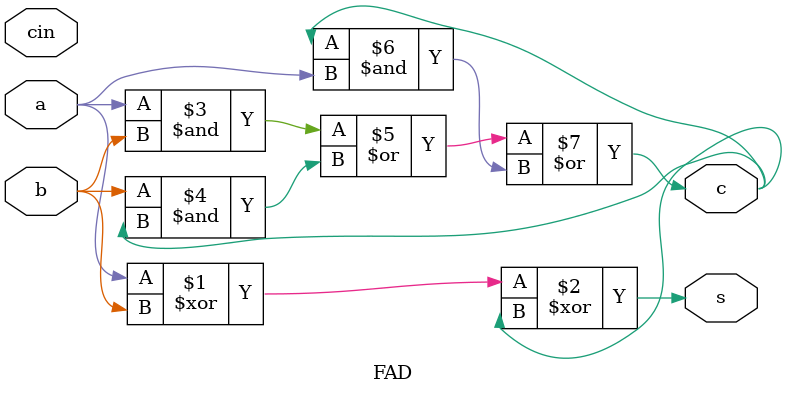
<source format=v>
`timescale 1ns / 1ps
module FAD(
    input a,
    input b,
    input cin,
    output s,
    output c
    );
	 assign s=a^b^c;
	 assign c=(a&b)|(b&c)|(c&a);
	 endmodule

</source>
